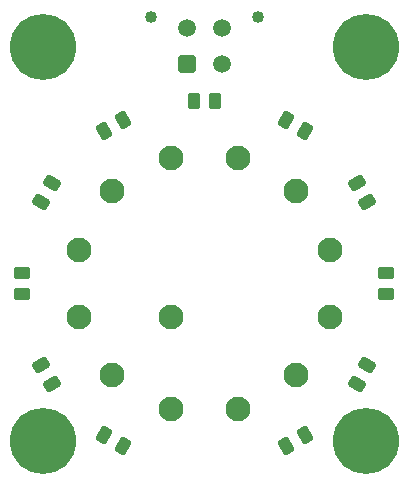
<source format=gbr>
%TF.GenerationSoftware,KiCad,Pcbnew,9.0.4*%
%TF.CreationDate,2026-01-27T14:59:29+00:00*%
%TF.ProjectId,rotary-switch,726f7461-7279-42d7-9377-697463682e6b,rev?*%
%TF.SameCoordinates,Original*%
%TF.FileFunction,Soldermask,Top*%
%TF.FilePolarity,Negative*%
%FSLAX46Y46*%
G04 Gerber Fmt 4.6, Leading zero omitted, Abs format (unit mm)*
G04 Created by KiCad (PCBNEW 9.0.4) date 2026-01-27 14:59:29*
%MOMM*%
%LPD*%
G01*
G04 APERTURE LIST*
G04 Aperture macros list*
%AMRoundRect*
0 Rectangle with rounded corners*
0 $1 Rounding radius*
0 $2 $3 $4 $5 $6 $7 $8 $9 X,Y pos of 4 corners*
0 Add a 4 corners polygon primitive as box body*
4,1,4,$2,$3,$4,$5,$6,$7,$8,$9,$2,$3,0*
0 Add four circle primitives for the rounded corners*
1,1,$1+$1,$2,$3*
1,1,$1+$1,$4,$5*
1,1,$1+$1,$6,$7*
1,1,$1+$1,$8,$9*
0 Add four rect primitives between the rounded corners*
20,1,$1+$1,$2,$3,$4,$5,0*
20,1,$1+$1,$4,$5,$6,$7,0*
20,1,$1+$1,$6,$7,$8,$9,0*
20,1,$1+$1,$8,$9,$2,$3,0*%
G04 Aperture macros list end*
%ADD10C,5.600000*%
%ADD11RoundRect,0.250000X0.450000X-0.262500X0.450000X0.262500X-0.450000X0.262500X-0.450000X-0.262500X0*%
%ADD12RoundRect,0.250000X0.002332X0.520961X-0.452332X0.258461X-0.002332X-0.520961X0.452332X-0.258461X0*%
%ADD13C,2.100000*%
%ADD14RoundRect,0.250000X-0.520961X0.002332X-0.258461X-0.452332X0.520961X-0.002332X0.258461X0.452332X0*%
%ADD15RoundRect,0.250000X0.520961X-0.002332X0.258461X0.452332X-0.520961X0.002332X-0.258461X-0.452332X0*%
%ADD16RoundRect,0.250000X-0.258461X0.452332X-0.520961X-0.002332X0.258461X-0.452332X0.520961X0.002332X0*%
%ADD17RoundRect,0.250000X0.258461X-0.452332X0.520961X0.002332X-0.258461X0.452332X-0.520961X-0.002332X0*%
%ADD18RoundRect,0.250000X-0.262500X-0.450000X0.262500X-0.450000X0.262500X0.450000X-0.262500X0.450000X0*%
%ADD19RoundRect,0.250000X0.452332X0.258461X-0.002332X0.520961X-0.452332X-0.258461X0.002332X-0.520961X0*%
%ADD20RoundRect,0.250000X-0.452332X-0.258461X0.002332X-0.520961X0.452332X0.258461X-0.002332X0.520961X0*%
%ADD21RoundRect,0.250000X-0.450000X0.262500X-0.450000X-0.262500X0.450000X-0.262500X0.450000X0.262500X0*%
%ADD22RoundRect,0.250000X-0.002332X-0.520961X0.452332X-0.258461X0.002332X0.520961X-0.452332X0.258461X0*%
%ADD23C,1.020000*%
%ADD24RoundRect,0.250001X-0.499999X-0.499999X0.499999X-0.499999X0.499999X0.499999X-0.499999X0.499999X0*%
%ADD25C,1.500000*%
G04 APERTURE END LIST*
D10*
%TO.C,H2*%
X124917220Y-37257780D03*
%TD*%
D11*
%TO.C,R3*%
X95787999Y-58162494D03*
X95787997Y-56337494D03*
%TD*%
D12*
%TO.C,R11*%
X119687246Y-70135737D03*
X118106750Y-71048239D03*
%TD*%
D13*
%TO.C,SW1*%
X108347000Y-67875000D03*
X103416000Y-65028000D03*
X100569000Y-60097000D03*
X100569000Y-54403000D03*
X103416000Y-49472000D03*
X108347000Y-46625000D03*
X114041000Y-46625000D03*
X118972000Y-49472000D03*
X121819000Y-54403000D03*
X121819000Y-60097000D03*
X118972000Y-65028000D03*
X114041000Y-67875000D03*
X108366000Y-60078000D03*
%TD*%
D14*
%TO.C,R8*%
X124079735Y-48756754D03*
X124992241Y-50337248D03*
%TD*%
D10*
%TO.C,H4*%
X124892220Y-70632780D03*
%TD*%
%TO.C,H1*%
X97517220Y-37257780D03*
%TD*%
D15*
%TO.C,R2*%
X98308260Y-65743249D03*
X97395760Y-64162755D03*
%TD*%
D10*
%TO.C,H3*%
X97517220Y-70632780D03*
%TD*%
D16*
%TO.C,R10*%
X124992235Y-64162756D03*
X124079737Y-65743248D03*
%TD*%
D17*
%TO.C,R4*%
X97395765Y-50337239D03*
X98308263Y-48756747D03*
%TD*%
D18*
%TO.C,R6*%
X110281505Y-41843999D03*
X112106507Y-41843999D03*
%TD*%
D19*
%TO.C,R1*%
X104281248Y-71048236D03*
X102700752Y-70135738D03*
%TD*%
D20*
%TO.C,R7*%
X118106749Y-43451765D03*
X119687251Y-44364261D03*
%TD*%
D21*
%TO.C,R9*%
X126599998Y-56337506D03*
X126600002Y-58162494D03*
%TD*%
D22*
%TO.C,R5*%
X102700758Y-44364258D03*
X104281252Y-43451758D03*
%TD*%
D23*
%TO.C,J1*%
X106693997Y-34730000D03*
X115693996Y-34729998D03*
D24*
X109693997Y-38670000D03*
D25*
X112694003Y-38670010D03*
X109694007Y-35669994D03*
X112694001Y-35670002D03*
%TD*%
M02*

</source>
